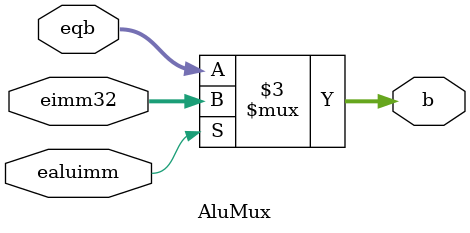
<source format=v>
`timescale 1ns / 1ps

module AluMux(input [31:0] eqb, input [31:0] eimm32, input ealuimm, output reg [31:0]b);
    always @ (*)begin
            if (ealuimm)begin
                b <= eimm32;
            end
            else begin
                b <= eqb;
            end
    end
endmodule

</source>
